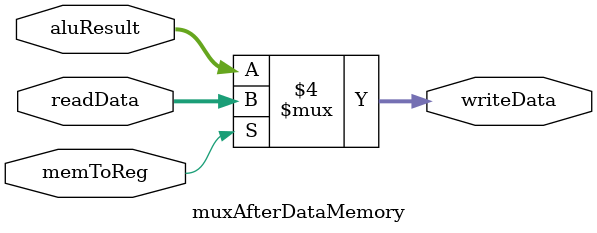
<source format=v>
module dataMemory(input clock, input [31:0] address, input [31:0] writeData, input memRead, input memWrite, output reg [31:0] readData );
reg [31:0] data [32'h80000000:32'h7FFF0000];

integer i;
initial begin
for (i = 0; i < 32; i++) 
	data[i] = 0;
end

always@(posedge clock) begin
if(memRead) begin
	//read from address and assign to readData
	readData = data[address];
end

if(memWrite) begin
	//write writeData to writeAddress 
	data[address] = writeData;
end	
end	

endmodule
////////////////////

module muxAfterDataMemory(input memToReg, input [31:0] readData, input[31:0] aluResult, output reg [31:0] writeData);
always @ (*) begin
	if(memToReg)
		writeData = readData;
	else
		writeData = aluResult;
end
endmodule

</source>
